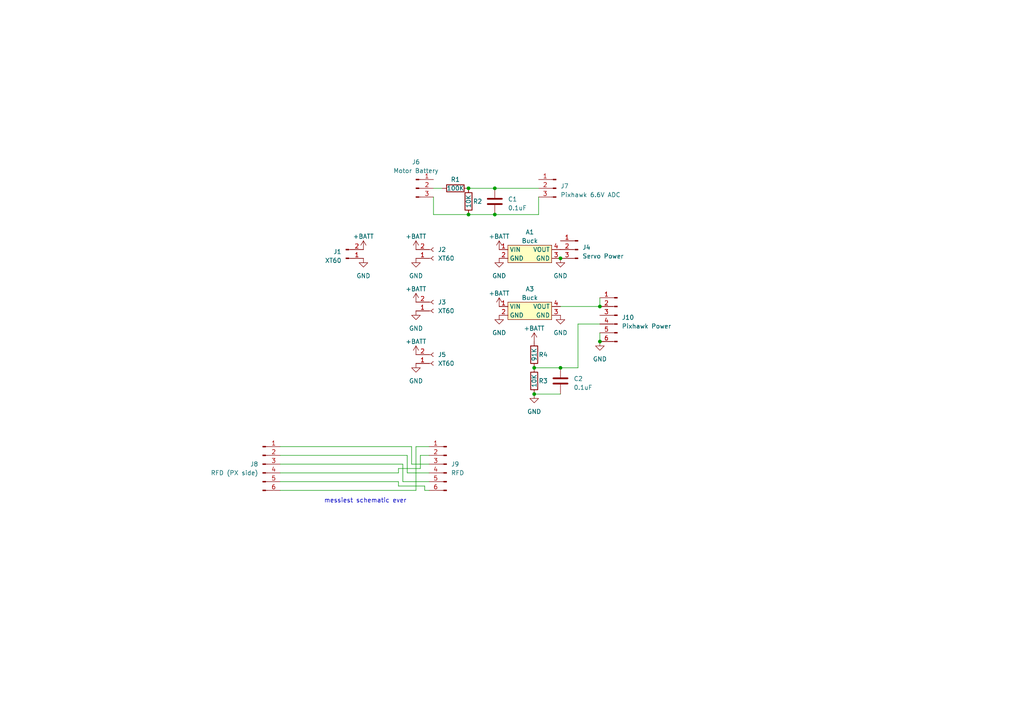
<source format=kicad_sch>
(kicad_sch (version 20230121) (generator eeschema)
  (paper "A4")
  (lib_symbols
    (symbol "Connector:Conn_01x02_Pin" (pin_names (offset 1.016) hide)
      (property "Reference" "J" (at 0 2.54 0))
      (property "Value" "Conn_01x02_Pin" (at 0 -5.08 0))
      (symbol "Conn_01x02_Pin_1_1"
        (polyline (pts (xy 1.27 -2.54) (xy 0.8636 -2.54)) (stroke (width 0.1524)))
        (polyline (pts (xy 1.27 0) (xy 0.8636 0)) (stroke (width 0.1524)))
        (rectangle (start 0.8636 -2.413) (end 0 -2.667) (stroke (width 0.1524)) (fill (type outline)))
        (rectangle (start 0.8636 0.127) (end 0 -0.127) (stroke (width 0.1524)) (fill (type outline)))
        (pin passive line (at 5.08 0 180) (length 3.81) (name "Pin_1") (number "1"))
        (pin passive line (at 5.08 -2.54 180) (length 3.81) (name "Pin_2") (number "2"))
      )
    )
    (symbol "Connector:Conn_01x02_Socket" (pin_names (offset 1.016) hide)
      (property "Reference" "J" (at 0 2.54 0))
      (property "Value" "Conn_01x02_Socket" (at 0 -5.08 0))
      (symbol "Conn_01x02_Socket_1_1"
        (arc (start 0 -2.032) (mid -0.5058 -2.54) (end 0 -3.048) (stroke (width 0.1524)))
        (polyline (pts (xy -1.27 -2.54) (xy -0.508 -2.54)) (stroke (width 0.1524)))
        (polyline (pts (xy -1.27 0) (xy -0.508 0)) (stroke (width 0.1524)))
        (arc (start 0 0.508) (mid -0.5058 0) (end 0 -0.508) (stroke (width 0.1524)))
        (pin passive line (at -5.08 0 0) (length 3.81) (name "Pin_1") (number "1"))
        (pin passive line (at -5.08 -2.54 0) (length 3.81) (name "Pin_2") (number "2"))
      )
    )
    (symbol "Connector:Conn_01x03_Pin" (pin_names (offset 1.016) hide)
      (property "Reference" "J" (at 0 5.08 0))
      (property "Value" "Conn_01x03_Pin" (at 0 -5.08 0))
      (symbol "Conn_01x03_Pin_1_1"
        (polyline (pts (xy 1.27 -2.54) (xy 0.8636 -2.54)) (stroke (width 0.1524)))
        (polyline (pts (xy 1.27 0) (xy 0.8636 0)) (stroke (width 0.1524)))
        (polyline (pts (xy 1.27 2.54) (xy 0.8636 2.54)) (stroke (width 0.1524)))
        (rectangle (start 0.8636 -2.413) (end 0 -2.667) (stroke (width 0.1524)) (fill (type outline)))
        (rectangle (start 0.8636 0.127) (end 0 -0.127) (stroke (width 0.1524)) (fill (type outline)))
        (rectangle (start 0.8636 2.667) (end 0 2.413) (stroke (width 0.1524)) (fill (type outline)))
        (pin passive line (at 5.08 2.54 180) (length 3.81) (name "Pin_1") (number "1"))
        (pin passive line (at 5.08 0 180) (length 3.81) (name "Pin_2") (number "2"))
        (pin passive line (at 5.08 -2.54 180) (length 3.81) (name "Pin_3") (number "3"))
      )
    )
    (symbol "Connector:Conn_01x06_Pin" (pin_names (offset 1.016) hide)
      (property "Reference" "J" (at 0 7.62 0))
      (property "Value" "Conn_01x06_Pin" (at 0 -10.16 0))
      (symbol "Conn_01x06_Pin_1_1"
        (polyline (pts (xy 1.27 -7.62) (xy 0.8636 -7.62)) (stroke (width 0.1524)))
        (polyline (pts (xy 1.27 -5.08) (xy 0.8636 -5.08)) (stroke (width 0.1524)))
        (polyline (pts (xy 1.27 -2.54) (xy 0.8636 -2.54)) (stroke (width 0.1524)))
        (polyline (pts (xy 1.27 0) (xy 0.8636 0)) (stroke (width 0.1524)))
        (polyline (pts (xy 1.27 2.54) (xy 0.8636 2.54)) (stroke (width 0.1524)))
        (polyline (pts (xy 1.27 5.08) (xy 0.8636 5.08)) (stroke (width 0.1524)))
        (rectangle (start 0.8636 -7.493) (end 0 -7.747) (stroke (width 0.1524)) (fill (type outline)))
        (rectangle (start 0.8636 -4.953) (end 0 -5.207) (stroke (width 0.1524)) (fill (type outline)))
        (rectangle (start 0.8636 -2.413) (end 0 -2.667) (stroke (width 0.1524)) (fill (type outline)))
        (rectangle (start 0.8636 0.127) (end 0 -0.127) (stroke (width 0.1524)) (fill (type outline)))
        (rectangle (start 0.8636 2.667) (end 0 2.413) (stroke (width 0.1524)) (fill (type outline)))
        (rectangle (start 0.8636 5.207) (end 0 4.953) (stroke (width 0.1524)) (fill (type outline)))
        (pin passive line (at 5.08 5.08 180) (length 3.81) (name "Pin_1") (number "1"))
        (pin passive line (at 5.08 2.54 180) (length 3.81) (name "Pin_2") (number "2"))
        (pin passive line (at 5.08 0 180) (length 3.81) (name "Pin_3") (number "3"))
        (pin passive line (at 5.08 -2.54 180) (length 3.81) (name "Pin_4") (number "4"))
        (pin passive line (at 5.08 -5.08 180) (length 3.81) (name "Pin_5") (number "5"))
        (pin passive line (at 5.08 -7.62 180) (length 3.81) (name "Pin_6") (number "6"))
      )
    )
    (symbol "Device:C" (pin_numbers hide) (pin_names (offset 0.254))
      (property "Reference" "C" (at 0.635 2.54 0))
      (property "Value" "C" (at 0.635 -2.54 0))
      (symbol "C_0_1"
        (polyline (pts (xy -2.032 -0.762) (xy 2.032 -0.762)) (stroke (width 0.508)))
        (polyline (pts (xy -2.032 0.762) (xy 2.032 0.762)) (stroke (width 0.508)))
      )
      (symbol "C_1_1"
        (pin passive line (at 0 3.81 270) (length 2.794) (name "~") (number "1"))
        (pin passive line (at 0 -3.81 90) (length 2.794) (name "~") (number "2"))
      )
    )
    (symbol "Device:R" (pin_numbers hide) (pin_names (offset 0))
      (property "Reference" "R" (at 2.032 0 90))
      (property "Value" "R" (at 0 0 90))
      (symbol "R_0_1"
        (rectangle (start -1.016 -2.54) (end 1.016 2.54) (stroke (width 0.254)))
      )
      (symbol "R_1_1"
        (pin passive line (at 0 3.81 270) (length 1.27) (name "~") (number "1"))
        (pin passive line (at 0 -3.81 90) (length 1.27) (name "~") (number "2"))
      )
    )
    (symbol "power:+BATT" (power) (pin_names (offset 0))
      (property "Value" "+BATT" (at 0 3.556 0))
      (symbol "+BATT_0_1"
        (polyline (pts (xy -0.762 1.27) (xy 0 2.54)))
        (polyline (pts (xy 0 0) (xy 0 2.54)))
        (polyline (pts (xy 0 2.54) (xy 0.762 1.27)))
      )
      (symbol "+BATT_1_1"
        (pin power_in line (at 0 0 90) (length 0) hide (name "+BATT") (number "1"))
      )
    )
    (symbol "power:GND" (power) (pin_names (offset 0))
      (property "Value" "GND" (at 0 -3.81 0))
      (symbol "GND_0_1"
        (polyline (pts (xy 0 0) (xy 0 -1.27) (xy 1.27 -1.27) (xy 0 -2.54) (xy -1.27 -1.27) (xy 0 -1.27)))
      )
      (symbol "GND_1_1"
        (pin power_in line (at 0 0 270) (length 0) hide (name "GND") (number "1"))
      )
    )
    (symbol "right-side:Buck"
      (property "Reference" "A" (at 0 1.27 0))
      (property "Value" "Buck" (at 0 3.81 0))
      (symbol "Buck_0_1"
        (rectangle (start -6.35 0) (end 6.35 -5.08) (fill (type background)))
      )
      (symbol "Buck_1_1"
        (pin input line (at -8.89 -1.27 0) (length 2.54) (name "VIN") (number "1"))
        (pin input line (at -8.89 -3.81 0) (length 2.54) (name "GND") (number "2"))
        (pin input line (at 8.89 -3.81 180) (length 2.54) (name "GND") (number "3"))
        (pin input line (at 8.89 -1.27 180) (length 2.54) (name "VOUT") (number "4"))
      )
    )
  )
  (junction (at 143.51 62.23))
  (junction (at 135.89 62.23))
  (junction (at 162.56 74.93))
  (junction (at 162.56 106.68))
  (junction (at 173.99 88.9))
  (junction (at 154.94 106.68))
  (junction (at 173.99 99.06))
  (junction (at 154.94 114.3))
  (junction (at 143.51 54.61))
  (junction (at 135.89 54.61))
  (wire (pts (xy 115.57 139.7) (xy 115.57 140.97)))
  (wire (pts (xy 162.56 106.68) (xy 167.64 106.68)))
  (wire (pts (xy 124.46 129.54) (xy 120.65 129.54)))
  (wire (pts (xy 143.51 62.23) (xy 156.21 62.23)))
  (wire (pts (xy 173.99 96.52) (xy 173.99 99.06)))
  (wire (pts (xy 135.89 54.61) (xy 143.51 54.61)))
  (wire (pts (xy 167.64 93.98) (xy 167.64 106.68)))
  (wire (pts (xy 81.28 134.62) (xy 116.84 134.62)))
  (wire (pts (xy 81.28 139.7) (xy 115.57 139.7)))
  (wire (pts (xy 123.19 142.24) (xy 124.46 142.24)))
  (wire (pts (xy 116.84 139.7) (xy 124.46 139.7)))
  (wire (pts (xy 115.57 137.16) (xy 81.28 137.16)))
  (wire (pts (xy 123.19 140.97) (xy 123.19 142.24)))
  (wire (pts (xy 81.28 129.54) (xy 119.38 129.54)))
  (wire (pts (xy 173.99 86.36) (xy 173.99 88.9)))
  (wire (pts (xy 125.73 62.23) (xy 135.89 62.23)))
  (wire (pts (xy 120.65 129.54) (xy 120.65 142.24)))
  (wire (pts (xy 115.57 140.97) (xy 123.19 140.97)))
  (wire (pts (xy 119.38 134.62) (xy 124.46 134.62)))
  (wire (pts (xy 120.65 142.24) (xy 81.28 142.24)))
  (wire (pts (xy 121.92 135.89) (xy 115.57 135.89)))
  (wire (pts (xy 116.84 134.62) (xy 116.84 139.7)))
  (wire (pts (xy 118.11 132.08) (xy 118.11 137.16)))
  (wire (pts (xy 125.73 57.15) (xy 125.73 62.23)))
  (wire (pts (xy 125.73 54.61) (xy 128.27 54.61)))
  (wire (pts (xy 156.21 62.23) (xy 156.21 57.15)))
  (wire (pts (xy 162.56 88.9) (xy 173.99 88.9)))
  (wire (pts (xy 121.92 132.08) (xy 121.92 135.89)))
  (wire (pts (xy 115.57 135.89) (xy 115.57 137.16)))
  (wire (pts (xy 154.94 106.68) (xy 162.56 106.68)))
  (wire (pts (xy 124.46 132.08) (xy 121.92 132.08)))
  (wire (pts (xy 173.99 93.98) (xy 167.64 93.98)))
  (wire (pts (xy 118.11 137.16) (xy 124.46 137.16)))
  (wire (pts (xy 81.28 132.08) (xy 118.11 132.08)))
  (wire (pts (xy 119.38 129.54) (xy 119.38 134.62)))
  (wire (pts (xy 154.94 114.3) (xy 162.56 114.3)))
  (wire (pts (xy 135.89 62.23) (xy 143.51 62.23)))
  (wire (pts (xy 143.51 54.61) (xy 156.21 54.61)))
  (text "messiest schematic ever" (at 93.98 146.05 0) (effects (font (size 1.27 1.27)) (justify left bottom)))
  (symbol (lib_id "power:+BATT") (at 105.41 72.39 0) (unit 1)
    (property "Reference" "#PWR01" (effects hide))
    (property "Value" "+BATT" (at 105.41 68.58 0))
  )
  (symbol (lib_id "power:+BATT") (at 120.65 102.87 0) (unit 1)
    (property "Reference" "#PWR010" (effects hide))
    (property "Value" "+BATT" (at 120.65 99.06 0))
  )
  (symbol (lib_id "power:GND") (at 144.78 91.44 0) (unit 1)
    (property "Reference" "#PWR014" (effects hide))
    (property "Value" "GND" (at 144.78 96.52 0))
  )
  (symbol (lib_id "power:GND") (at 162.56 91.44 0) (unit 1)
    (property "Reference" "#PWR015" (effects hide))
    (property "Value" "GND" (at 162.56 96.52 0))
  )
  (symbol (lib_id "power:GND") (at 120.65 90.17 0) (unit 1)
    (property "Reference" "#PWR05" (effects hide))
    (property "Value" "GND" (at 120.65 95.25 0))
  )
  (symbol (lib_id "power:GND") (at 162.56 74.93 0) (unit 1)
    (property "Reference" "#PWR09" (effects hide))
    (property "Value" "GND" (at 162.56 80.01 0))
  )
  (symbol (lib_id "Connector:Conn_01x02_Pin") (at 100.33 74.93 0) (mirror x) (unit 1)
    (property "Reference" "J1" (at 99.06 73.025 0) (effects (justify right)))
    (property "Value" "XT60" (at 99.06 75.565 0) (effects (justify right)))
    (property "Footprint" "Connector_AMASS:AMASS_XT60-M_1x02_P7.20mm_Vertical" (effects hide))
  )
  (symbol (lib_id "Connector:Conn_01x03_Pin") (at 120.65 54.61 0) (unit 1)
    (property "Reference" "J6" (at 120.65 46.99 0))
    (property "Value" "Motor Battery" (at 120.65 49.53 0))
    (property "Footprint" "Connector_PinHeader_2.54mm:PinHeader_1x03_P2.54mm_Vertical" (effects hide))
  )
  (symbol (lib_id "Device:C") (at 143.51 58.42 0) (unit 1)
    (property "Reference" "C1" (at 147.32 57.785 0) (effects (justify left)))
    (property "Value" "0.1uF" (at 147.32 60.325 0) (effects (justify left)))
    (property "Footprint" "Capacitor_THT:C_Disc_D5.0mm_W2.5mm_P5.00mm" (effects hide))
  )
  (symbol (lib_id "Device:R") (at 154.94 110.49 0) (unit 1)
    (property "Reference" "R3" (at 156.21 110.49 0) (effects (justify left)))
    (property "Value" "10K" (at 154.94 110.49 90))
    (property "Footprint" "Resistor_THT:R_Axial_DIN0207_L6.3mm_D2.5mm_P10.16mm_Horizontal" (effects hide))
  )
  (symbol (lib_id "right-side:Buck") (at 153.67 87.63 0) (unit 1)
    (property "Reference" "A3" (at 153.67 83.82 0))
    (property "Value" "Buck" (at 153.67 86.36 0))
    (property "Footprint" "right-side:Buck" (effects hide))
  )
  (symbol (lib_id "power:GND") (at 144.78 74.93 0) (unit 1)
    (property "Reference" "#PWR08" (effects hide))
    (property "Value" "GND" (at 144.78 80.01 0))
  )
  (symbol (lib_id "Device:R") (at 135.89 58.42 0) (unit 1)
    (property "Reference" "R2" (at 137.16 58.42 0) (effects (justify left)))
    (property "Value" "10K" (at 135.89 58.42 90))
    (property "Footprint" "Resistor_THT:R_Axial_DIN0207_L6.3mm_D2.5mm_P10.16mm_Horizontal" (effects hide))
  )
  (symbol (lib_id "Device:C") (at 162.56 110.49 0) (unit 1)
    (property "Reference" "C2" (at 166.37 109.855 0) (effects (justify left)))
    (property "Value" "0.1uF" (at 166.37 112.395 0) (effects (justify left)))
    (property "Footprint" "Capacitor_THT:C_Disc_D5.0mm_W2.5mm_P5.00mm" (effects hide))
  )
  (symbol (lib_id "Connector:Conn_01x02_Socket") (at 125.73 74.93 0) (mirror x) (unit 1)
    (property "Reference" "J2" (at 127 72.39 0) (effects (justify left)))
    (property "Value" "XT60" (at 127 74.93 0) (effects (justify left)))
    (property "Footprint" "Connector_AMASS:AMASS_XT60-F_1x02_P7.20mm_Vertical" (effects hide))
  )
  (symbol (lib_id "Connector:Conn_01x03_Pin") (at 161.29 54.61 0) (mirror y) (unit 1)
    (property "Reference" "J7" (at 162.56 53.975 0) (effects (justify right)))
    (property "Value" "Pixhawk 6.6V ADC" (at 162.56 56.515 0) (effects (justify right)))
    (property "Footprint" "Connector_Hirose:Hirose_DF13-03P-1.25DSA_1x03_P1.25mm_Vertical" (effects hide))
  )
  (symbol (lib_id "power:+BATT") (at 144.78 88.9 0) (unit 1)
    (property "Reference" "#PWR013" (effects hide))
    (property "Value" "+BATT" (at 144.78 85.09 0))
  )
  (symbol (lib_id "power:GND") (at 173.99 99.06 0) (unit 1)
    (property "Reference" "#PWR016" (effects hide))
    (property "Value" "GND" (at 173.99 104.14 0))
  )
  (symbol (lib_id "power:GND") (at 105.41 74.93 0) (unit 1)
    (property "Reference" "#PWR02" (effects hide))
    (property "Value" "GND" (at 105.41 80.01 0))
  )
  (symbol (lib_id "right-side:Buck") (at 153.67 71.12 0) (unit 1)
    (property "Reference" "A1" (at 153.67 67.31 0))
    (property "Value" "Buck" (at 153.67 69.85 0))
    (property "Footprint" "right-side:Buck" (effects hide))
  )
  (symbol (lib_id "Connector:Conn_01x06_Pin") (at 76.2 134.62 0) (unit 1)
    (property "Reference" "J8" (at 74.93 134.62 0) (effects (justify right)))
    (property "Value" "RFD (PX side)" (at 74.93 137.16 0) (effects (justify right)))
    (property "Footprint" "Connector_Hirose:Hirose_DF13-06P-1.25DSA_1x06_P1.25mm_Vertical" (effects hide))
  )
  (symbol (lib_id "Connector:Conn_01x06_Pin") (at 179.07 91.44 0) (mirror y) (unit 1)
    (property "Reference" "J10" (at 180.34 92.075 0) (effects (justify right)))
    (property "Value" "Pixhawk Power" (at 180.34 94.615 0) (effects (justify right)))
    (property "Footprint" "Connector_Hirose:Hirose_DF13-06P-1.25DSA_1x06_P1.25mm_Vertical" (effects hide))
  )
  (symbol (lib_id "power:GND") (at 120.65 105.41 0) (unit 1)
    (property "Reference" "#PWR011" (effects hide))
    (property "Value" "GND" (at 120.65 110.49 0))
  )
  (symbol (lib_id "power:+BATT") (at 144.78 72.39 0) (unit 1)
    (property "Reference" "#PWR07" (effects hide))
    (property "Value" "+BATT" (at 144.78 68.58 0))
  )
  (symbol (lib_id "power:+BATT") (at 154.94 99.06 0) (unit 1)
    (property "Reference" "#PWR017" (effects hide))
    (property "Value" "+BATT" (at 154.94 95.25 0))
  )
  (symbol (lib_id "Connector:Conn_01x02_Socket") (at 125.73 90.17 0) (mirror x) (unit 1)
    (property "Reference" "J3" (at 127 87.63 0) (effects (justify left)))
    (property "Value" "XT60" (at 127 90.17 0) (effects (justify left)))
    (property "Footprint" "Connector_AMASS:AMASS_XT60-F_1x02_P7.20mm_Vertical" (effects hide))
  )
  (symbol (lib_id "Connector:Conn_01x03_Pin") (at 167.64 72.39 0) (mirror y) (unit 1)
    (property "Reference" "J4" (at 168.91 71.755 0) (effects (justify right)))
    (property "Value" "Servo Power" (at 168.91 74.295 0) (effects (justify right)))
    (property "Footprint" "Connector_PinHeader_2.54mm:PinHeader_1x03_P2.54mm_Vertical" (effects hide))
  )
  (symbol (lib_id "Device:R") (at 154.94 102.87 0) (unit 1)
    (property "Reference" "R4" (at 156.21 102.87 0) (effects (justify left)))
    (property "Value" "91K" (at 154.94 102.87 90))
    (property "Footprint" "Resistor_THT:R_Axial_DIN0207_L6.3mm_D2.5mm_P10.16mm_Horizontal" (effects hide))
  )
  (symbol (lib_id "power:+BATT") (at 120.65 87.63 0) (unit 1)
    (property "Reference" "#PWR06" (effects hide))
    (property "Value" "+BATT" (at 120.65 83.82 0))
  )
  (symbol (lib_id "Device:R") (at 132.08 54.61 90) (unit 1)
    (property "Reference" "R1" (at 132.08 52.07 90))
    (property "Value" "100K" (at 132.08 54.61 90))
    (property "Footprint" "Resistor_THT:R_Axial_DIN0207_L6.3mm_D2.5mm_P10.16mm_Horizontal" (effects hide))
  )
  (symbol (lib_id "power:GND") (at 120.65 74.93 0) (unit 1)
    (property "Reference" "#PWR04" (effects hide))
    (property "Value" "GND" (at 120.65 80.01 0))
  )
  (symbol (lib_id "power:GND") (at 154.94 114.3 0) (unit 1)
    (property "Reference" "#PWR018" (effects hide))
    (property "Value" "GND" (at 154.94 119.38 0))
  )
  (symbol (lib_id "power:+BATT") (at 120.65 72.39 0) (unit 1)
    (property "Reference" "#PWR03" (effects hide))
    (property "Value" "+BATT" (at 120.65 68.58 0))
  )
  (symbol (lib_id "Connector:Conn_01x06_Pin") (at 129.54 134.62 0) (mirror y) (unit 1)
    (property "Reference" "J9" (at 130.81 134.62 0) (effects (justify right)))
    (property "Value" "RFD" (at 130.81 137.16 0) (effects (justify right)))
    (property "Footprint" "Connector_PinHeader_2.54mm:PinHeader_1x06_P2.54mm_Vertical" (effects hide))
  )
  (symbol (lib_id "Connector:Conn_01x02_Socket") (at 125.73 105.41 0) (mirror x) (unit 1)
    (property "Reference" "J5" (at 127 102.87 0) (effects (justify left)))
    (property "Value" "XT60" (at 127 105.41 0) (effects (justify left)))
    (property "Footprint" "Connector_AMASS:AMASS_XT60-F_1x02_P7.20mm_Vertical" (effects hide))
  )
)
</source>
